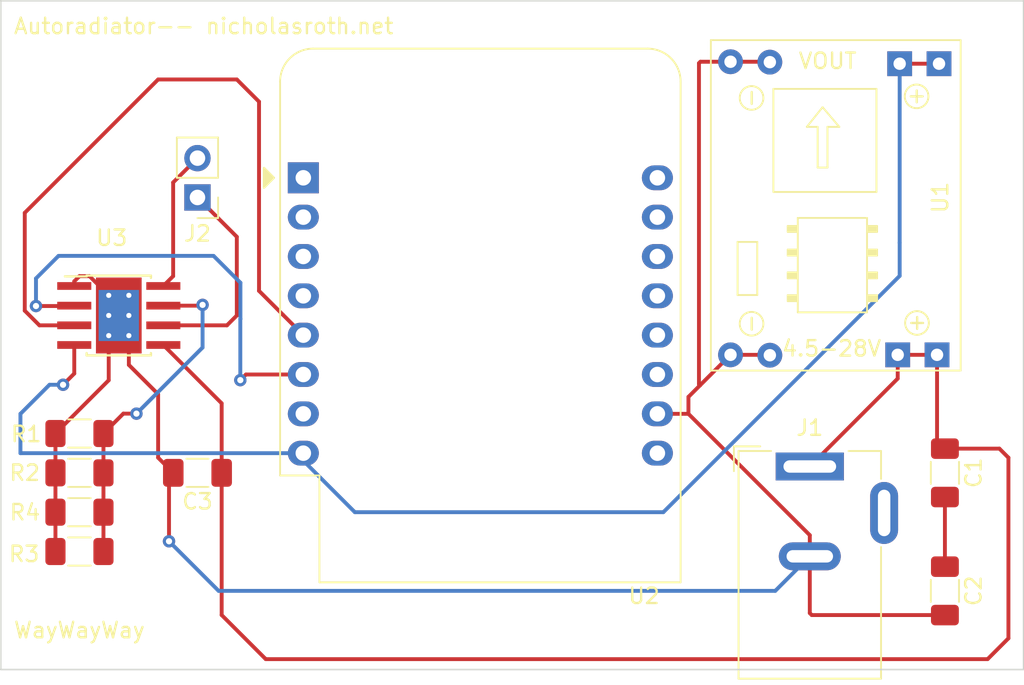
<source format=kicad_pcb>
(kicad_pcb (version 20211014) (generator pcbnew)
  (layers (0 "F.Cu" signal) (31 "B.Cu" signal) (34 "B.Paste" user) (35 "F.Paste" user) (36 "B.SilkS" user "B.Silkscreen") (37 "F.SilkS" user "F.Silkscreen") (38 "B.Mask" user) (39 "F.Mask" user) (44 "Edge.Cuts" user))
  (net 0 "")
  (net 1 "+12V")
  (net 2 "Net-(C1-Pad2)")
  (net 3 "GND")
  (net 4 "Net-(U3-Pad6)")
  (net 5 "Net-(U3-Pad8)")
  (net 6 "Net-(R1-Pad1)")
  (net 11 "Net-(U2-Pad5)")
  (net 12 "Net-(U2-Pad6)")
  (net 14 "+3V3")
  (footprint "Connector_PinHeader_2.54mm:PinHeader_1x02_P2.54mm_Vertical" (layer "F.Cu") (at 43.18 81.28 180)
    (fp_text reference "J2" (at 0 -2.33) (layer "F.SilkS"))
    (fp_text value "Motor Hdr")
    (fp_line (start -1.33 1.27) (end 1.33 1.27) (layer "F.SilkS") (width 0.12))
    (fp_line (start -1.33 -1.33) (end 0 -1.33) (layer "F.SilkS") (width 0.12))
    (fp_line (start -1.33 3.87) (end 1.33 3.87) (layer "F.SilkS") (width 0.12))
    (fp_line (start 1.33 1.27) (end 1.33 3.87) (layer "F.SilkS") (width 0.12))
    (fp_line (start -1.33 1.27) (end -1.33 3.87) (layer "F.SilkS") (width 0.12))
    (fp_line (start -1.33 0) (end -1.33 -1.33) (layer "F.SilkS") (width 0.12))
    (pad "1" thru_hole rect (at 0 0 180) (size 1.7 1.7) (drill 1) (layers *.Cu *.Mask) (net 4 "Net-(U3-Pad6)"))
    (pad "2" thru_hole oval (at 0 2.54 180) (size 1.7 1.7) (drill 1) (layers *.Cu *.Mask) (net 5 "Net-(U3-Pad8)"))
  )
  (footprint "Resistor_SMD:R_1206_3216Metric_Pad1.30x1.75mm_HandSolder" (layer "F.Cu") (at 35.56 96.52 180)
    (fp_text reference "R1" (at 3.440274 -0.037769) (layer "F.SilkS"))
    (fp_text value "1R")
    (fp_line (start -0.727064 0.91) (end 0.727064 0.91) (layer "F.SilkS") (width 0.12))
    (fp_line (start -0.727064 -0.91) (end 0.727064 -0.91) (layer "F.SilkS") (width 0.12))
    (pad "1" smd roundrect (at -1.55 0 180) (size 1.3 1.75) (layers "F.Cu" "F.Paste" "F.Mask") (roundrect_rratio 0.1923076923) (net 6 "Net-(R1-Pad1)"))
    (pad "2" smd roundrect (at 1.55 0 180) (size 1.3 1.75) (layers "F.Cu" "F.Paste" "F.Mask") (roundrect_rratio 0.1923076923) (net 3 "GND"))
  )
  (footprint "Resistor_SMD:R_1206_3216Metric_Pad1.30x1.75mm_HandSolder" (layer "F.Cu") (at 35.56 99.06 180)
    (fp_text reference "R2" (at 3.534898 0) (layer "F.SilkS"))
    (fp_text value "1R")
    (fp_line (start -0.727064 -0.91) (end 0.727064 -0.91) (layer "F.SilkS") (width 0.12))
    (fp_line (start -0.727064 0.91) (end 0.727064 0.91) (layer "F.SilkS") (width 0.12))
    (pad "1" smd roundrect (at -1.55 0 180) (size 1.3 1.75) (layers "F.Cu" "F.Paste" "F.Mask") (roundrect_rratio 0.1923076923) (net 6 "Net-(R1-Pad1)"))
    (pad "2" smd roundrect (at 1.55 0 180) (size 1.3 1.75) (layers "F.Cu" "F.Paste" "F.Mask") (roundrect_rratio 0.1923076923) (net 3 "GND"))
  )
  (footprint "Module:WEMOS_D1_mini_light" (layer "F.Cu") (at 50.015 80.01)
    (fp_text reference "U2" (at 22 27) (layer "F.SilkS"))
    (fp_text value "WeMos_D1_mini")
    (fp_line (start -1.5 19.22) (end 1.04 19.22) (layer "F.SilkS") (width 0.12))
    (fp_line (start 24.36 26.12) (end 24.36 -6.21) (layer "F.SilkS") (width 0.12))
    (fp_line (start 1.04 19.22) (end 1.04 26.12) (layer "F.SilkS") (width 0.12))
    (fp_line (start 1.04 26.12) (end 24.36 26.12) (layer "F.SilkS") (width 0.12))
    (fp_line (start 22.24 -8.34) (end 0.63 -8.34) (layer "F.SilkS") (width 0.12))
    (fp_line (start -1.5 19.22) (end -1.5 -6.21) (layer "F.SilkS") (width 0.12))
    (fp_arc (start 22.23 -8.34) (mid 23.736137 -7.716137) (end 24.36 -6.21) (layer "F.SilkS") (width 0.12))
    (fp_arc (start -1.5 -6.21) (mid -0.876137 -7.716137) (end 0.63 -8.34) (layer "F.SilkS") (width 0.12))
    (fp_poly (pts (xy -2.54 -0.635) (xy -2.54 0.635) (xy -1.905 0)) (layer "F.SilkS") (width 0.15) (fill solid))
    (pad "1" thru_hole rect (at 0 0) (size 2 2) (drill 1) (layers *.Cu *.Mask))
    (pad "2" thru_hole oval (at 0 2.54) (size 2 1.6) (drill 1) (layers *.Cu *.Mask))
    (pad "3" thru_hole oval (at 0 5.08) (size 2 1.6) (drill 1) (layers *.Cu *.Mask))
    (pad "4" thru_hole oval (at 0 7.62) (size 2 1.6) (drill 1) (layers *.Cu *.Mask))
    (pad "5" thru_hole oval (at 0 10.16) (size 2 1.6) (drill 1) (layers *.Cu *.Mask) (net 11 "Net-(U2-Pad5)"))
    (pad "6" thru_hole oval (at 0 12.7) (size 2 1.6) (drill 1) (layers *.Cu *.Mask) (net 12 "Net-(U2-Pad6)"))
    (pad "7" thru_hole oval (at 0 15.24) (size 2 1.6) (drill 1) (layers *.Cu *.Mask))
    (pad "8" thru_hole oval (at 0 17.78) (size 2 1.6) (drill 1) (layers *.Cu *.Mask) (net 14 "+3V3"))
    (pad "9" thru_hole oval (at 22.86 17.78) (size 2 1.6) (drill 1) (layers *.Cu *.Mask))
    (pad "10" thru_hole oval (at 22.86 15.24) (size 2 1.6) (drill 1) (layers *.Cu *.Mask) (net 3 "GND"))
    (pad "11" thru_hole oval (at 22.86 12.7) (size 2 1.6) (drill 1) (layers *.Cu *.Mask))
    (pad "12" thru_hole oval (at 22.86 10.16) (size 2 1.6) (drill 1) (layers *.Cu *.Mask))
    (pad "13" thru_hole oval (at 22.86 7.62) (size 2 1.6) (drill 1) (layers *.Cu *.Mask))
    (pad "14" thru_hole oval (at 22.86 5.08) (size 2 1.6) (drill 1) (layers *.Cu *.Mask))
    (pad "15" thru_hole oval (at 22.86 2.54) (size 2 1.6) (drill 1) (layers *.Cu *.Mask))
    (pad "16" thru_hole oval (at 22.86 0) (size 2 1.6) (drill 1) (layers *.Cu *.Mask))
  )
  (footprint "Resistor_SMD:R_1206_3216Metric_Pad1.30x1.75mm_HandSolder" (layer "F.Cu") (at 35.56 104.14 180)
    (fp_text reference "R3" (at 3.572667 -0.162768) (layer "F.SilkS"))
    (fp_text value "1R")
    (fp_line (start -0.727064 0.91) (end 0.727064 0.91) (layer "F.SilkS") (width 0.12))
    (fp_line (start -0.727064 -0.91) (end 0.727064 -0.91) (layer "F.SilkS") (width 0.12))
    (pad "1" smd roundrect (at -1.55 0 180) (size 1.3 1.75) (layers "F.Cu" "F.Paste" "F.Mask") (roundrect_rratio 0.1923076923) (net 6 "Net-(R1-Pad1)"))
    (pad "2" smd roundrect (at 1.55 0 180) (size 1.3 1.75) (layers "F.Cu" "F.Paste" "F.Mask") (roundrect_rratio 0.1923076923) (net 3 "GND"))
  )
  (footprint "Package_SO:Texas_HTSOP-8-1EP_3.9x4.9mm_P1.27mm_EP2.95x4.9mm_Mask2.4x3.1mm_ThermalVias" (layer "F.Cu") (at 38.1 88.9)
    (fp_text reference "U3" (at -0.456958 -5.008994) (layer "F.SilkS"))
    (fp_text value "DRV8870DDA")
    (fp_line (start 2.075 2.575) (end 2.075 2.43) (layer "F.SilkS") (width 0.15))
    (fp_line (start 2.075 -2.575) (end 2.075 -2.43) (layer "F.SilkS") (width 0.15))
    (fp_line (start -2.075 2.575) (end -2.075 2.43) (layer "F.SilkS") (width 0.15))
    (fp_line (start -2.075 -2.525) (end -3.475 -2.525) (layer "F.SilkS") (width 0.15))
    (fp_line (start -2.075 -2.575) (end -2.075 -2.525) (layer "F.SilkS") (width 0.15))
    (fp_line (start -2.075 -2.575) (end 2.075 -2.575) (layer "F.SilkS") (width 0.15))
    (fp_line (start -2.075 2.575) (end 2.075 2.575) (layer "F.SilkS") (width 0.15))
    (pad "1" smd rect (at -2.875 -1.905) (size 2.2 0.5) (layers "F.Cu" "F.Paste" "F.Mask") (net 3 "GND"))
    (pad "2" smd rect (at -2.875 -0.635) (size 2.2 0.5) (layers "F.Cu" "F.Paste" "F.Mask") (net 12 "Net-(U2-Pad6)"))
    (pad "3" smd rect (at -2.875 0.635) (size 2.2 0.5) (layers "F.Cu" "F.Paste" "F.Mask") (net 11 "Net-(U2-Pad5)"))
    (pad "4" smd rect (at -2.875 1.905) (size 2.2 0.5) (layers "F.Cu" "F.Paste" "F.Mask") (net 14 "+3V3"))
    (pad "5" smd rect (at 2.875 1.905) (size 2.2 0.5) (layers "F.Cu" "F.Paste" "F.Mask") (net 1 "+12V"))
    (pad "6" smd rect (at 2.875 0.635) (size 2.2 0.5) (layers "F.Cu" "F.Paste" "F.Mask") (net 4 "Net-(U3-Pad6)"))
    (pad "7" smd rect (at 2.875 -0.635) (size 2.2 0.5) (layers "F.Cu" "F.Paste" "F.Mask") (net 6 "Net-(R1-Pad1)"))
    (pad "8" smd rect (at 2.875 -1.905) (size 2.2 0.5) (layers "F.Cu" "F.Paste" "F.Mask") (net 5 "Net-(U3-Pad8)"))
    (pad "9" thru_hole circle (at -0.65 0) (size 0.63 0.63) (drill 0.33) (layers *.Cu *.Mask) (net 3 "GND"))
    (pad "9" thru_hole circle (at 0.65 0) (size 0.63 0.63) (drill 0.33) (layers *.Cu *.Mask) (net 3 "GND"))
    (pad "9" thru_hole circle (at -0.65 -1.3) (size 0.63 0.63) (drill 0.33) (layers *.Cu *.Mask) (net 3 "GND"))
    (pad "9" smd rect (at 0 0) (size 2.6 3.3) (layers "B.Cu") (net 3 "GND"))
    (pad "9" smd rect (at 0 0) (size 2.95 4.9) (layers "F.Cu") (net 3 "GND"))
    (pad "9" thru_hole circle (at -0.65 1.3) (size 0.63 0.63) (drill 0.33) (layers *.Cu *.Mask) (net 3 "GND"))
    (pad "9" thru_hole circle (at 0.65 1.3) (size 0.63 0.63) (drill 0.33) (layers *.Cu *.Mask) (net 3 "GND"))
    (pad "9" thru_hole circle (at 0.65 -1.3) (size 0.63 0.63) (drill 0.33) (layers *.Cu *.Mask) (net 3 "GND"))
  )
  (footprint "Connector_BarrelJack:BarrelJack_Wuerth_6941xx301002" (layer "F.Cu") (at 82.715828 98.649873)
    (fp_text reference "J1" (at 0 -2.5) (layer "F.SilkS"))
    (fp_text value "Barrel Jack")
    (fp_line (start -4.6 13.7) (end -4.6 -1) (layer "F.SilkS") (width 0.12))
    (fp_line (start 2.5 -1) (end 4.6 -1) (layer "F.SilkS") (width 0.12))
    (fp_line (start -4.6 -1) (end -2.5 -1) (layer "F.SilkS") (width 0.12))
    (fp_line (start 4.6 13.7) (end -4.6 13.7) (layer "F.SilkS") (width 0.12))
    (fp_line (start -4.9 -1.3) (end -4.9 0.3) (layer "F.SilkS") (width 0.12))
    (fp_line (start -3.2 -1.3) (end -4.9 -1.3) (layer "F.SilkS") (width 0.12))
    (fp_line (start 4.6 -1) (end 4.6 0.8) (layer "F.SilkS") (width 0.12))
    (fp_line (start 4.6 5.2) (end 4.6 13.7) (layer "F.SilkS") (width 0.12))
    (pad "1" thru_hole rect (at 0 0) (size 4.4 1.8) (drill oval 3.4 0.8) (layers *.Cu *.Mask) (net 1 "+12V"))
    (pad "2" thru_hole oval (at 0 5.8) (size 4 1.8) (drill oval 3 0.8) (layers *.Cu *.Mask) (net 3 "GND"))
    (pad "3" thru_hole oval (at 4.8 3 90) (size 4 1.8) (drill oval 3 0.8) (layers *.Cu *.Mask))
  )
  (footprint "Capacitor_SMD:C_1206_3216Metric_Pad1.33x1.80mm_HandSolder" (layer "F.Cu") (at 91.44 106.68 -90)
    (fp_text reference "C2" (at 0 -1.85 90) (layer "F.SilkS"))
    (fp_text value "856C")
    (fp_line (start -0.711252 0.91) (end 0.711252 0.91) (layer "F.SilkS") (width 0.12))
    (fp_line (start -0.711252 -0.91) (end 0.711252 -0.91) (layer "F.SilkS") (width 0.12))
    (pad "1" smd roundrect (at -1.5625 0 270) (size 1.325 1.8) (layers "F.Cu" "F.Paste" "F.Mask") (roundrect_rratio 0.1886792453) (net 2 "Net-(C1-Pad2)"))
    (pad "2" smd roundrect (at 1.5625 0 270) (size 1.325 1.8) (layers "F.Cu" "F.Paste" "F.Mask") (roundrect_rratio 0.1886792453) (net 3 "GND"))
  )
  (footprint "Library:SRT_MPT1584EN_Module" (layer "F.Cu") (at 83.82 81.28 90)
    (fp_text reference "U1" (at 0 7.3152 90) (layer "F.SilkS"))
    (fp_text value "ChineseDCDCBoard")
    (fp_text user "-" (at 6.4262 -4.9276 90) (layer "F.SilkS"))
    (fp_text user "-" (at -8.1534 -4.9276 90) (layer "F.SilkS"))
    (fp_text user "VOUT" (at 8.8138 0.0508) (layer "F.SilkS"))
    (fp_text user "+" (at 6.5278 5.7277 90) (layer "F.SilkS"))
    (fp_text user "+" (at -8.1026 5.7531 90) (layer "F.SilkS"))
    (fp_text user "4.5-28V" (at -9.7536 0.3048) (layer "F.SilkS"))
    (fp_line (start 1.9304 0.0381) (end 4.5593 0.0381) (layer "F.SilkS") (width 0.12))
    (fp_line (start 1.9304 -0.5969) (end 4.5593 -0.5969) (layer "F.SilkS") (width 0.12))
    (fp_line (start 1.9304 0.0381) (end 1.9304 -0.5969) (layer "F.SilkS") (width 0.12))
    (fp_line (start -2.8702 -4.4958) (end -6.2992 -4.4958) (layer "F.SilkS") (width 0.12))
    (fp_line (start 4.5593 0.8001) (end 4.5593 0.0381) (layer "F.SilkS") (width 0.12))
    (fp_line (start -7.4168 -1.8796) (end -1.3208 -1.8796) (layer "F.SilkS") (width 0.12))
    (fp_line (start -7.4168 2.5908) (end -7.4168 -1.8796) (layer "F.SilkS") (width 0.12))
    (fp_line (start -11.176 -7.493) (end -11.176 8.636) (layer "F.SilkS") (width 0.12))
    (fp_line (start -1.3208 2.5908) (end -1.3208 -1.8796) (layer "F.SilkS") (width 0.12))
    (fp_line (start 7.0104 -3.4544) (end 7.0104 3.2004) (layer "F.SilkS") (width 0.12))
    (fp_line (start 0.3556 -3.4544) (end 0.3556 3.2004) (layer "F.SilkS") (width 0.12))
    (fp_line (start -11.176 8.636) (end 10.16 8.636) (layer "F.SilkS") (width 0.12))
    (fp_line (start -6.2992 -4.4958) (end -6.2992 -5.7658) (layer "F.SilkS") (width 0.12))
    (fp_line (start 4.5593 -1.2954) (end 5.8293 -0.2794) (layer "F.SilkS") (width 0.12))
    (fp_line (start -2.8702 -5.7658) (end -2.8702 -4.4958) (layer "F.SilkS") (width 0.12))
    (fp_line (start 0.3556 -3.4544) (end 7.0104 -3.4544) (layer "F.SilkS") (width 0.12))
    (fp_line (start 10.16 8.636) (end 10.16 -7.493) (layer "F.SilkS") (width 0.12))
    (fp_line (start 10.16 -7.493) (end -11.176 -7.493) (layer "F.SilkS") (width 0.12))
    (fp_line (start -1.3208 2.5908) (end -7.4168 2.5908) (layer "F.SilkS") (width 0.12))
    (fp_line (start -6.2992 -5.7658) (end -2.8702 -5.7658) (layer "F.SilkS") (width 0.12))
    (fp_line (start 4.5593 -0.5969) (end 4.5593 -1.2954) (layer "F.SilkS") (width 0.12))
    (fp_line (start 7.0104 3.2004) (end 0.3556 3.2004) (layer "F.SilkS") (width 0.12))
    (fp_line (start 5.8293 -0.2794) (end 4.5593 0.8001) (layer "F.SilkS") (width 0.12))
    (fp_circle (center -8.1534 -4.8641) (end -7.5819 -4.3561) (layer "F.SilkS") (width 0.12) (fill none))
    (fp_circle (center -8.1026 5.8166) (end -7.5311 6.3246) (layer "F.SilkS") (width 0.12) (fill none))
    (fp_circle (center 6.5278 5.7912) (end 7.0993 6.2992) (layer "F.SilkS") (width 0.12) (fill none))
    (fp_circle (center 6.4262 -4.8641) (end 6.9977 -4.3561) (layer "F.SilkS") (width 0.12) (fill none))
    (fp_poly (pts (xy -6.7056 2.6416) (xy -6.2992 2.6416) (xy -6.2992 3.2512) (xy -6.7056 3.2512)) (layer "F.SilkS") (width 0.1) (fill solid))
    (fp_poly (pts (xy -3.7592 -2.54) (xy -3.3528 -2.54) (xy -3.3528 -1.9304) (xy -3.7592 -1.9304)) (layer "F.SilkS") (width 0.1) (fill solid))
    (fp_poly (pts (xy -5.2324 2.6416) (xy -4.826 2.6416) (xy -4.826 3.2512) (xy -5.2324 3.2512)) (layer "F.SilkS") (width 0.1) (fill solid))
    (fp_poly (pts (xy -2.2352 2.6416) (xy -1.8288 2.6416) (xy -1.8288 3.2512) (xy -2.2352 3.2512)) (layer "F.SilkS") (width 0.1) (fill solid))
    (fp_poly (pts (xy -2.2352 -2.54) (xy -1.8288 -2.54) (xy -1.8288 -1.9304) (xy -2.2352 -1.9304)) (layer "F.SilkS") (width 0.1) (fill solid))
    (fp_poly (pts (xy -5.2324 -2.54) (xy -4.826 -2.54) (xy -4.826 -1.9304) (xy -5.2324 -1.9304)) (layer "F.SilkS") (width 0.1) (fill solid))
    (fp_poly (pts (xy -6.7056 -2.54) (xy -6.2992 -2.54) (xy -6.2992 -1.9304) (xy -6.7056 -1.9304)) (layer "F.SilkS") (width 0.1) (fill solid))
    (fp_poly (pts (xy -3.7592 2.6416) (xy -3.3528 2.6416) (xy -3.3528 3.2512) (xy -3.7592 3.2512)) (layer "F.SilkS") (width 0.1) (fill solid))
    (pad "1" thru_hole rect (at -10.16 4.572 180) (size 1.6 1.6) (drill 0.8) (layers *.Cu "B.Mask") (net 1 "+12V"))
    (pad "1" thru_hole rect (at -10.16 7.112 180) (size 1.6 1.6) (drill 0.8) (layers *.Cu "B.Mask") (net 1 "+12V"))
    (pad "2" thru_hole oval (at -10.1854 -3.683 180) (size 1.6 1.6) (drill 0.8) (layers *.Cu "B.Mask") (net 3 "GND"))
    (pad "2" thru_hole oval (at -10.16 -6.223 180) (size 1.6 1.6) (drill 0.8) (layers *.Cu "B.Mask") (net 3 "GND"))
    (pad "3" thru_hole rect (at 8.636 7.239 180) (size 1.6 1.6) (drill 0.8) (layers *.Cu "B.Mask") (net 14 "+3V3"))
    (pad "3" thru_hole rect (at 8.636 4.699 180) (size 1.6 1.6) (drill 0.8) (layers *.Cu "B.Mask") (net 14 "+3V3"))
    (pad "4" thru_hole oval (at 8.7376 -3.683 180) (size 1.6 1.6) (drill 0.8) (layers *.Cu "B.Mask") (net 3 "GND"))
    (pad "4" thru_hole oval (at 8.763 -6.223 180) (size 1.6 1.6) (drill 0.8) (layers *.Cu "B.Mask") (net 3 "GND"))
  )
  (footprint "Capacitor_SMD:C_1206_3216Metric_Pad1.33x1.80mm_HandSolder" (layer "F.Cu") (at 91.44 99.06 -90)
    (fp_text reference "C1" (at 0 -1.85 90) (layer "F.SilkS"))
    (fp_text value "856C")
    (fp_line (start -0.711252 -0.91) (end 0.711252 -0.91) (layer "F.SilkS") (width 0.12))
    (fp_line (start -0.711252 0.91) (end 0.711252 0.91) (layer "F.SilkS") (width 0.12))
    (pad "1" smd roundrect (at -1.5625 0 270) (size 1.325 1.8) (layers "F.Cu" "F.Paste" "F.Mask") (roundrect_rratio 0.1886792453) (net 1 "+12V"))
    (pad "2" smd roundrect (at 1.5625 0 270) (size 1.325 1.8) (layers "F.Cu" "F.Paste" "F.Mask") (roundrect_rratio 0.1886792453) (net 2 "Net-(C1-Pad2)"))
  )
  (footprint "Capacitor_SMD:C_1206_3216Metric_Pad1.33x1.80mm_HandSolder" (layer "F.Cu") (at 43.18 99.06 180)
    (fp_text reference "C3" (at 0 -1.85) (layer "F.SilkS"))
    (fp_text value "104C")
    (fp_line (start -0.711252 -0.91) (end 0.711252 -0.91) (layer "F.SilkS") (width 0.12))
    (fp_line (start -0.711252 0.91) (end 0.711252 0.91) (layer "F.SilkS") (width 0.12))
    (pad "1" smd roundrect (at -1.5625 0 180) (size 1.325 1.8) (layers "F.Cu" "F.Paste" "F.Mask") (roundrect_rratio 0.1886792453) (net 1 "+12V"))
    (pad "2" smd roundrect (at 1.5625 0 180) (size 1.325 1.8) (layers "F.Cu" "F.Paste" "F.Mask") (roundrect_rratio 0.1886792453) (net 3 "GND"))
  )
  (footprint "Resistor_SMD:R_1206_3216Metric_Pad1.30x1.75mm_HandSolder" (layer "F.Cu") (at 35.56 101.6 180)
    (fp_text reference "R4" (at 3.51971 -0.015187) (layer "F.SilkS"))
    (fp_text value "1R")
    (fp_line (start -0.727064 0.91) (end 0.727064 0.91) (layer "F.SilkS") (width 0.12))
    (fp_line (start -0.727064 -0.91) (end 0.727064 -0.91) (layer "F.SilkS") (width 0.12))
    (pad "1" smd roundrect (at -1.55 0 180) (size 1.3 1.75) (layers "F.Cu" "F.Paste" "F.Mask") (roundrect_rratio 0.1923076923) (net 6 "Net-(R1-Pad1)"))
    (pad "2" smd roundrect (at 1.55 0 180) (size 1.3 1.75) (layers "F.Cu" "F.Paste" "F.Mask") (roundrect_rratio 0.1923076923) (net 3 "GND"))
  )
  (gr_rect (start 96.52 111.76) (end 30.48 68.58) (layer "Edge.Cuts") (width 0.1) (fill none))
  (gr_text "WayWayWay" (at 35.56 109.22) (layer "F.SilkS") (effects (font (size 1 1))))
  (gr_text "Autoradiator-- nicholasroth.net" (at 43.581293 70.217342) (layer "F.SilkS") (effects (font (size 1 1))))
  (segment (start 91.44 97.4975) (end 94.9575 97.4975) (width 0.25) (layer "F.Cu") (net 1))
  (segment (start 47.587593 111.087593) (end 44.7425 108.2425) (width 0.25) (layer "F.Cu") (net 1))
  (segment (start 44.7425 99.06) (end 44.7425 94.5725) (width 0.25) (layer "F.Cu") (net 1))
  (segment (start 44.7425 108.2425) (end 44.7425 99.06) (width 0.25) (layer "F.Cu") (net 1))
  (segment (start 90.932 96.9895) (end 90.932 91.44) (width 0.25) (layer "F.Cu") (net 1))
  (segment (start 88.392 91.44) (end 88.392 92.973701) (width 0.25) (layer "F.Cu") (net 1))
  (segment (start 94.9575 97.4975) (end 95.540906 98.080906) (width 0.25) (layer "F.Cu") (net 1))
  (segment (start 88.392 91.44) (end 90.932 91.44) (width 0.25) (layer "F.Cu") (net 1))
  (segment (start 44.7425 94.5725) (end 40.975 90.805) (width 0.25) (layer "F.Cu") (net 1))
  (segment (start 88.392 92.973701) (end 82.715828 98.649873) (width 0.25) (layer "F.Cu") (net 1))
  (segment (start 95.540906 98.080906) (end 95.540906 109.743492) (width 0.25) (layer "F.Cu") (net 1))
  (segment (start 95.540906 109.743492) (end 94.196805 111.087593) (width 0.25) (layer "F.Cu") (net 1))
  (segment (start 91.44 97.4975) (end 90.932 96.9895) (width 0.25) (layer "F.Cu") (net 1))
  (segment (start 94.196805 111.087593) (end 47.587593 111.087593) (width 0.25) (layer "F.Cu") (net 1))
  (segment (start 91.44 105.1175) (end 91.44 100.6225) (width 0.25) (layer "F.Cu") (net 2))
  (segment (start 41.6175 99.06) (end 40.64 98.0825) (width 0.25) (layer "F.Cu") (net 3))
  (segment (start 82.8425 108.2425) (end 82.715828 108.115828) (width 0.25) (layer "F.Cu") (net 3))
  (segment (start 38.75 90.2) (end 37.45 90.2) (width 0.25) (layer "F.Cu") (net 3))
  (segment (start 77.597 72.517) (end 80.1116 72.517) (width 0.25) (layer "F.Cu") (net 3))
  (segment (start 34.01 96.52) (end 37.45 93.08) (width 0.25) (layer "F.Cu") (net 3))
  (segment (start 75.6285 93.4085) (end 74.88 94.157) (width 0.25) (layer "F.Cu") (net 3))
  (segment (start 82.715828 103.085828) (end 82.715828 104.449873) (width 0.25) (layer "F.Cu") (net 3))
  (segment (start 91.44 108.2425) (end 82.8425 108.2425) (width 0.25) (layer "F.Cu") (net 3))
  (segment (start 36.21 86.36) (end 35.56 86.36) (width 0.25) (layer "F.Cu") (net 3))
  (segment (start 82.02 102.39) (end 74.88 95.25) (width 0.25) (layer "F.Cu") (net 3))
  (segment (start 41.342366 99.335134) (end 41.6175 99.06) (width 0.25) (layer "F.Cu") (net 3))
  (segment (start 35.225 86.695) (end 35.225 86.995) (width 0.25) (layer "F.Cu") (net 3))
  (segment (start 41.342366 103.477877) (end 41.342366 99.335134) (width 0.25) (layer "F.Cu") (net 3))
  (segment (start 38.75 92.09) (end 38.75 90.2) (width 0.25) (layer "F.Cu") (net 3))
  (segment (start 40.64 98.0825) (end 40.64 93.98) (width 0.25) (layer "F.Cu") (net 3))
  (segment (start 77.597 91.44) (end 75.6285 93.4085) (width 0.25) (layer "F.Cu") (net 3))
  (segment (start 37.45 87.6) (end 36.21 86.36) (width 0.25) (layer "F.Cu") (net 3))
  (segment (start 75.652719 72.517) (end 75.559867 72.609852) (width 0.25) (layer "F.Cu") (net 3))
  (segment (start 82.02 102.39) (end 82.715828 103.085828) (width 0.25) (layer "F.Cu") (net 3))
  (segment (start 37.45 88.9) (end 38.75 88.9) (width 0.25) (layer "F.Cu") (net 3))
  (segment (start 77.597 72.517) (end 75.652719 72.517) (width 0.25) (layer "F.Cu") (net 3))
  (segment (start 40.64 93.98) (end 38.75 92.09) (width 0.25) (layer "F.Cu") (net 3))
  (segment (start 82.715828 108.115828) (end 82.715828 104.449873) (width 0.25) (layer "F.Cu") (net 3))
  (segment (start 37.45 93.08) (end 37.45 87.6) (width 0.25) (layer "F.Cu") (net 3))
  (segment (start 38.75 87.6) (end 38.75 90.2) (width 0.25) (layer "F.Cu") (net 3))
  (segment (start 34.01 101.6) (end 34.01 99.06) (width 0.25) (layer "F.Cu") (net 3))
  (segment (start 75.559867 72.609852) (end 75.559867 93.339867) (width 0.25) (layer "F.Cu") (net 3))
  (segment (start 74.88 95.25) (end 72.875 95.25) (width 0.25) (layer "F.Cu") (net 3))
  (segment (start 75.559867 93.339867) (end 75.6285 93.4085) (width 0.25) (layer "F.Cu") (net 3))
  (segment (start 77.597 91.44) (end 80.1116 91.44) (width 0.25) (layer "F.Cu") (net 3))
  (segment (start 34.01 104.14) (end 34.01 101.6) (width 0.25) (layer "F.Cu") (net 3))
  (segment (start 74.88 94.157) (end 74.88 95.25) (width 0.25) (layer "F.Cu") (net 3))
  (segment (start 80.1116 91.44) (end 80.137 91.4654) (width 0.25) (layer "F.Cu") (net 3))
  (segment (start 34.01 99.06) (end 34.01 96.52) (width 0.25) (layer "F.Cu") (net 3))
  (segment (start 35.56 86.36) (end 35.225 86.695) (width 0.25) (layer "F.Cu") (net 3))
  (segment (start 80.1116 72.517) (end 80.137 72.5424) (width 0.25) (layer "F.Cu") (net 3))
  (via (at 41.342366 103.477877) (size 0.8) (drill 0.4) (layers "F.Cu" "B.Cu") (net 3))
  (segment (start 44.544489 106.68) (end 80.485701 106.68) (width 0.25) (layer "B.Cu") (net 3))
  (segment (start 41.342366 103.477877) (end 44.544489 106.68) (width 0.25) (layer "B.Cu") (net 3))
  (segment (start 80.485701 106.68) (end 82.715828 104.449873) (width 0.25) (layer "B.Cu") (net 3))
  (segment (start 45.72 88.9) (end 45.72 83.82) (width 0.25) (layer "F.Cu") (net 4))
  (segment (start 45.72 83.82) (end 43.18 81.28) (width 0.25) (layer "F.Cu") (net 4))
  (segment (start 45.085 89.535) (end 45.72 88.9) (width 0.25) (layer "F.Cu") (net 4))
  (segment (start 40.975 89.535) (end 45.085 89.535) (width 0.25) (layer "F.Cu") (net 4))
  (segment (start 40.975 86.995) (end 41.61 86.36) (width 0.25) (layer "F.Cu") (net 5))
  (segment (start 41.61 80.31) (end 43.18 78.74) (width 0.25) (layer "F.Cu") (net 5))
  (segment (start 41.61 86.36) (end 41.61 80.31) (width 0.25) (layer "F.Cu") (net 5))
  (segment (start 43.459635 88.265) (end 40.975 88.265) (width 0.25) (layer "F.Cu") (net 6))
  (segment (start 38.392965 95.237035) (end 39.239979 95.237035) (width 0.25) (layer "F.Cu") (net 6))
  (segment (start 37.11 99.06) (end 37.11 96.52) (width 0.25) (layer "F.Cu") (net 6))
  (segment (start 37.11 101.6) (end 37.11 99.06) (width 0.25) (layer "F.Cu") (net 6))
  (segment (start 37.11 96.52) (end 38.392965 95.237035) (width 0.25) (layer "F.Cu") (net 6))
  (segment (start 37.11 104.14) (end 37.11 101.6) (width 0.25) (layer "F.Cu") (net 6))
  (segment (start 43.509733 88.214902) (end 43.459635 88.265) (width 0.25) (layer "F.Cu") (net 6))
  (via (at 43.509733 88.214902) (size 0.8) (drill 0.4) (layers "F.Cu" "B.Cu") (net 6))
  (via (at 39.239979 95.237035) (size 0.8) (drill 0.4) (layers "F.Cu" "B.Cu") (net 6))
  (segment (start 43.509733 88.214902) (end 43.509733 90.967281) (width 0.25) (layer "B.Cu") (net 6))
  (segment (start 43.509733 90.967281) (end 39.239979 95.237035) (width 0.25) (layer "B.Cu") (net 6))
  (segment (start 32.974608 89.535) (end 32.028754 88.589146) (width 0.25) (layer "F.Cu") (net 11))
  (segment (start 32.028754 88.589146) (end 32.028754 82.271246) (width 0.25) (layer "F.Cu") (net 11))
  (segment (start 35.225 89.535) (end 32.974608 89.535) (width 0.25) (layer "F.Cu") (net 11))
  (segment (start 48.69048 88.84548) (end 50.015 90.17) (width 0.25) (layer "F.Cu") (net 11))
  (segment (start 47.154252 87.309252) (end 48.69048 88.84548) (width 0.25) (layer "F.Cu") (net 11))
  (segment (start 40.64 73.66) (end 45.72 73.66) (width 0.25) (layer "F.Cu") (net 11))
  (segment (start 47.154252 75.094252) (end 47.154252 87.309252) (width 0.25) (layer "F.Cu") (net 11))
  (segment (start 32.028754 82.271246) (end 40.64 73.66) (width 0.25) (layer "F.Cu") (net 11))
  (segment (start 45.72 73.66) (end 47.154252 75.094252) (width 0.25) (layer "F.Cu") (net 11))
  (segment (start 46.310747 92.71) (end 45.946317 93.07443) (width 0.25) (layer "F.Cu") (net 12))
  (segment (start 35.200957 88.289043) (end 35.225 88.265) (width 0.25) (layer "F.Cu") (net 12))
  (segment (start 50.015 92.71) (end 46.310747 92.71) (width 0.25) (layer "F.Cu") (net 12))
  (segment (start 32.753265 88.289043) (end 35.200957 88.289043) (width 0.25) (layer "F.Cu") (net 12))
  (via (at 32.753265 88.289043) (size 0.8) (drill 0.4) (layers "F.Cu" "B.Cu") (net 12))
  (via (at 45.946317 93.07443) (size 0.8) (drill 0.4) (layers "F.Cu" "B.Cu") (net 12))
  (segment (start 44.218512 85.051256) (end 45.952862 86.785606) (width 0.25) (layer "B.Cu") (net 12))
  (segment (start 45.946317 89.126317) (end 45.946317 93.07443) (width 0.25) (layer "B.Cu") (net 12))
  (segment (start 34.209589 85.051256) (end 44.218512 85.051256) (width 0.25) (layer "B.Cu") (net 12))
  (segment (start 45.952862 86.785606) (end 45.952862 89.119772) (width 0.25) (layer "B.Cu") (net 12))
  (segment (start 32.753265 88.289043) (end 32.753265 86.50758) (width 0.25) (layer "B.Cu") (net 12))
  (segment (start 45.952862 89.119772) (end 45.946317 89.126317) (width 0.25) (layer "B.Cu") (net 12))
  (segment (start 32.753265 86.50758) (end 34.209589 85.051256) (width 0.25) (layer "B.Cu") (net 12))
  (segment (start 34.500854 93.373198) (end 35.225 92.649052) (width 0.25) (layer "F.Cu") (net 14))
  (segment (start 88.519 72.644) (end 91.059 72.644) (width 0.25) (layer "F.Cu") (net 14))
  (segment (start 35.225 92.649052) (end 35.225 90.805) (width 0.25) (layer "F.Cu") (net 14))
  (via (at 34.500854 93.373198) (size 0.8) (drill 0.4) (layers "F.Cu" "B.Cu") (net 14))
  (segment (start 88.519 86.341978) (end 88.519 84.201) (width 0.25) (layer "B.Cu") (net 14))
  (segment (start 88.519 84.201) (end 88.519 72.644) (width 0.25) (layer "B.Cu") (net 14))
  (segment (start 33.626802 93.373198) (end 31.75 95.25) (width 0.25) (layer "B.Cu") (net 14))
  (segment (start 50.015 98.275) (end 53.34 101.6) (width 0.25) (layer "B.Cu") (net 14))
  (segment (start 33.626802 93.373198) (end 34.500854 93.373198) (width 0.25) (layer "B.Cu") (net 14))
  (segment (start 31.75 95.25) (end 31.75 97.79) (width 0.25) (layer "B.Cu") (net 14))
  (segment (start 50.015 97.79) (end 50.015 98.275) (width 0.25) (layer "B.Cu") (net 14))
  (segment (start 53.34 101.6) (end 73.260978 101.6) (width 0.25) (layer "B.Cu") (net 14))
  (segment (start 73.260978 101.6) (end 88.519 86.341978) (width 0.25) (layer "B.Cu") (net 14))
  (segment (start 50.015 97.79) (end 31.75 97.79) (width 0.25) (layer "B.Cu") (net 14))
)
</source>
